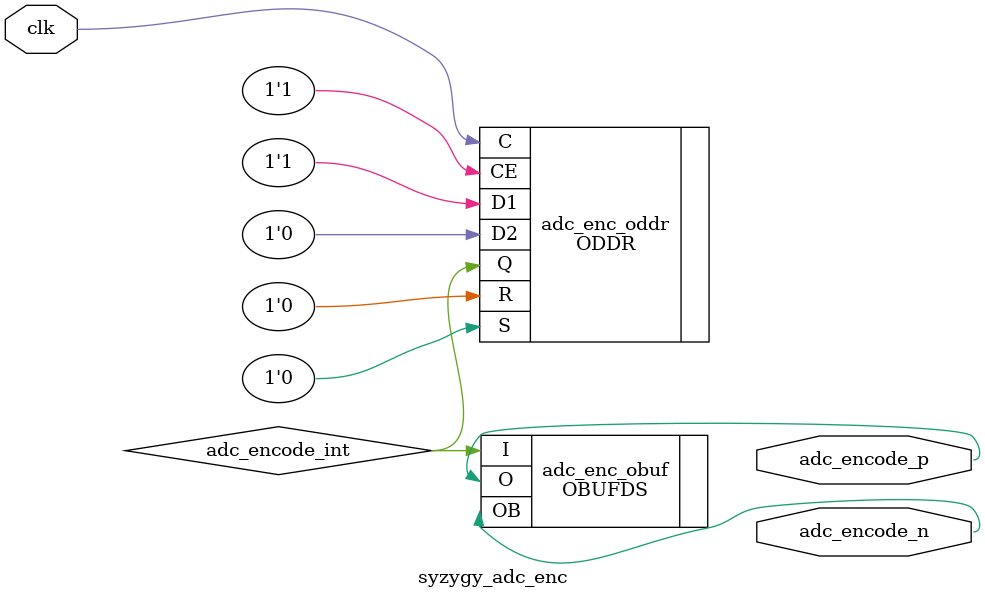
<source format=v>

`default_nettype none

module syzygy_adc_enc (
	input  wire clk,

	output wire adc_encode_p,
	output wire adc_encode_n
	);

wire adc_encode_int;
	
ODDR #(
	.DDR_CLK_EDGE("OPPOSITE_EDGE"),
	.INIT (1'b0),
	.SRTYPE("SYNC")
) adc_enc_oddr (
	.Q  (adc_encode_int),
	.C  (clk),
	.CE (1'b1),
	.D1 (1'b1),
	.D2 (1'b0),
	.R  (1'b0),
	.S  (1'b0)
);

OBUFDS adc_enc_obuf (
	.I  (adc_encode_int),
	.O  (adc_encode_p),
	.OB (adc_encode_n)
);

endmodule
`default_nettype wire



</source>
